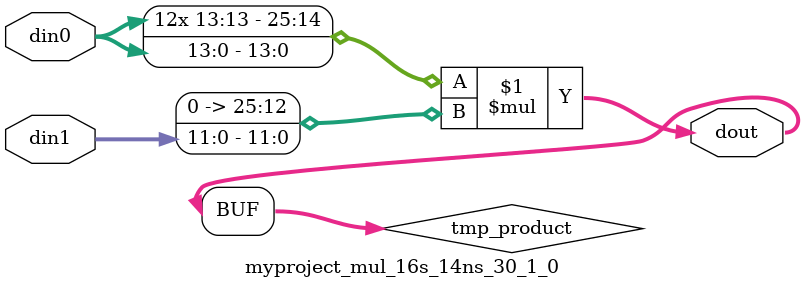
<source format=v>

`timescale 1 ns / 1 ps

  module myproject_mul_16s_14ns_30_1_0(din0, din1, dout);
parameter ID = 1;
parameter NUM_STAGE = 0;
parameter din0_WIDTH = 14;
parameter din1_WIDTH = 12;
parameter dout_WIDTH = 26;

input [din0_WIDTH - 1 : 0] din0; 
input [din1_WIDTH - 1 : 0] din1; 
output [dout_WIDTH - 1 : 0] dout;

wire signed [dout_WIDTH - 1 : 0] tmp_product;












assign tmp_product = $signed(din0) * $signed({1'b0, din1});









assign dout = tmp_product;







endmodule

</source>
